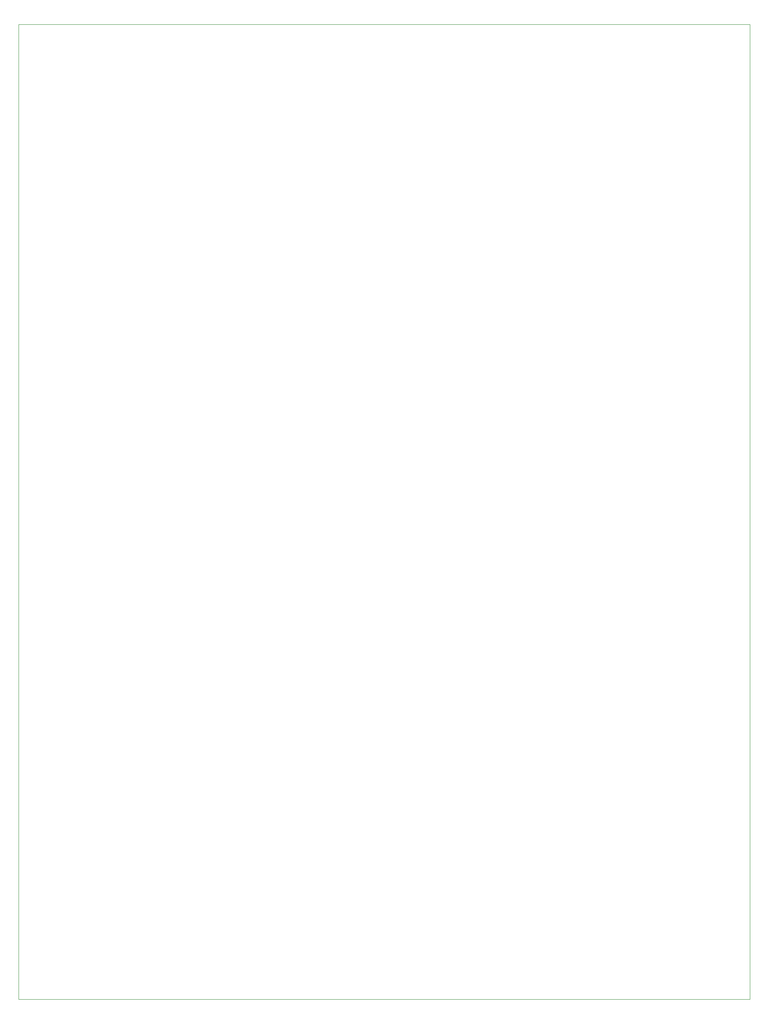
<source format=gbr>
G04 #@! TF.FileFunction,Profile,NP*
%FSLAX46Y46*%
G04 Gerber Fmt 4.6, Leading zero omitted, Abs format (unit mm)*
G04 Created by KiCad (PCBNEW 4.0.6-e0-6349~53~ubuntu16.04.1) date Sun Aug  6 20:38:46 2017*
%MOMM*%
%LPD*%
G01*
G04 APERTURE LIST*
%ADD10C,0.150000*%
%ADD11C,0.100000*%
G04 APERTURE END LIST*
D10*
D11*
X164000000Y-13000000D02*
X164000000Y-213000000D01*
X14000000Y-213000000D02*
X164000000Y-213000000D01*
X14000000Y-13000000D02*
X14000000Y-213000000D01*
X14000000Y-13000000D02*
X164000000Y-13000000D01*
M02*

</source>
